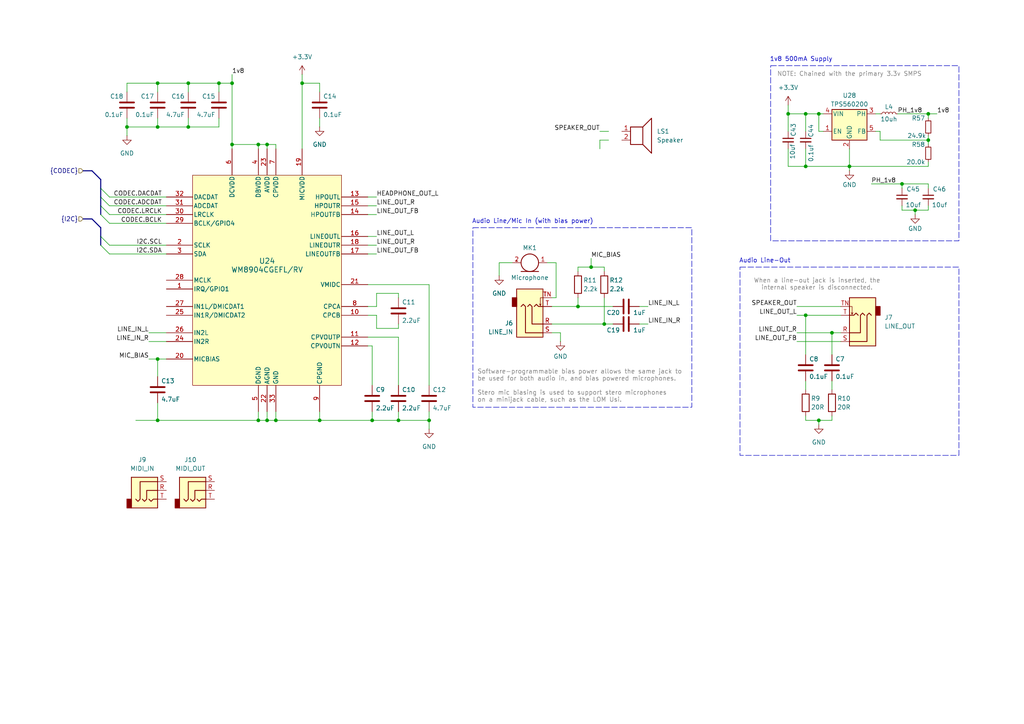
<source format=kicad_sch>
(kicad_sch (version 20250114) (generator "eeschema") (generator_version "9.0")
  (paper "A4")
  (lib_symbols
    (symbol "Connector_Audio:AudioJack3"
      (property "Reference" "J" (at 0 8.89 0))
      (property "Value" "AudioJack3" (at 0 6.35 0))
      (symbol "AudioJack3_0_1"
        (rectangle (start -5.08 -5.08) (end -6.35 -2.54) (stroke (width 0.254)) (fill (type outline)))
        (polyline (pts (xy -1.905 -2.54) (xy -1.27 -3.175) (xy -0.635 -2.54) (xy -0.635 0) (xy 2.54 0)) (stroke (width 0.254)))
        (polyline (pts (xy 0 -2.54) (xy 0.635 -3.175) (xy 1.27 -2.54) (xy 2.54 -2.54)) (stroke (width 0.254)))
        (rectangle (start 2.54 3.81) (end -5.08 -5.08) (stroke (width 0.254)) (fill (type background)))
        (polyline (pts (xy 2.54 2.54) (xy -2.54 2.54) (xy -2.54 -2.54) (xy -3.175 -3.175) (xy -3.81 -2.54)) (stroke (width 0.254)))
      )
      (symbol "AudioJack3_1_1"
        (pin passive line (at 5.08 2.54 180) (length 2.54) (name "~") (number "S"))
        (pin passive line (at 5.08 0 180) (length 2.54) (name "~") (number "R"))
        (pin passive line (at 5.08 -2.54 180) (length 2.54) (name "~") (number "T"))
      )
    )
    (symbol "Connector_Audio:AudioJack3_SwitchT"
      (property "Reference" "J" (at 0 8.89 0))
      (property "Value" "AudioJack3_SwitchT" (at 0 6.35 0))
      (symbol "AudioJack3_SwitchT_0_1"
        (rectangle (start -5.08 -5.08) (end -6.35 -7.62) (stroke (width 0.254)) (fill (type outline)))
        (polyline (pts (xy -1.905 -5.08) (xy -1.27 -5.715) (xy -0.635 -5.08) (xy -0.635 0) (xy 2.54 0)) (stroke (width 0.254)))
        (polyline (pts (xy 0 -5.08) (xy 0.635 -5.715) (xy 1.27 -5.08) (xy 2.54 -5.08)) (stroke (width 0.254)))
        (polyline (pts (xy 1.778 -5.334) (xy 2.032 -5.842)))
        (rectangle (start 2.54 3.81) (end -5.08 -10.16) (stroke (width 0.254)) (fill (type background)))
        (polyline (pts (xy 2.54 2.54) (xy -2.54 2.54) (xy -2.54 -5.08) (xy -3.175 -5.715) (xy -3.81 -5.08)) (stroke (width 0.254)))
        (polyline (pts (xy 2.54 -7.62) (xy 1.778 -7.62) (xy 1.778 -5.334) (xy 1.524 -5.842)))
      )
      (symbol "AudioJack3_SwitchT_1_1"
        (pin passive line (at 5.08 2.54 180) (length 2.54) (name "~") (number "S"))
        (pin passive line (at 5.08 0 180) (length 2.54) (name "~") (number "R"))
        (pin passive line (at 5.08 -5.08 180) (length 2.54) (name "~") (number "T"))
        (pin passive line (at 5.08 -7.62 180) (length 2.54) (name "~") (number "TN"))
      )
    )
    (symbol "Device:C" (pin_numbers (hide yes)) (pin_names (offset 0.254))
      (property "Reference" "C" (at 0.635 2.54 0))
      (property "Value" "C" (at 0.635 -2.54 0))
      (symbol "C_0_1"
        (polyline (pts (xy -2.032 0.762) (xy 2.032 0.762)) (stroke (width 0.508)))
        (polyline (pts (xy -2.032 -0.762) (xy 2.032 -0.762)) (stroke (width 0.508)))
      )
      (symbol "C_1_1"
        (pin passive line (at 0 3.81 270) (length 2.794) (name "~") (number "1"))
        (pin passive line (at 0 -3.81 90) (length 2.794) (name "~") (number "2"))
      )
    )
    (symbol "Device:C_Small" (pin_numbers (hide yes)) (pin_names (offset 0.254) (hide yes))
      (property "Reference" "C" (at 0.254 1.778 0))
      (property "Value" "C_Small" (at 0.254 -2.032 0))
      (symbol "C_Small_0_1"
        (polyline (pts (xy -1.524 0.508) (xy 1.524 0.508)) (stroke (width 0.3048)))
        (polyline (pts (xy -1.524 -0.508) (xy 1.524 -0.508)) (stroke (width 0.3302)))
      )
      (symbol "C_Small_1_1"
        (pin passive line (at 0 2.54 270) (length 2.032) (name "~") (number "1"))
        (pin passive line (at 0 -2.54 90) (length 2.032) (name "~") (number "2"))
      )
    )
    (symbol "Device:L_Small" (pin_numbers (hide yes)) (pin_names (offset 0.254) (hide yes))
      (property "Reference" "L" (at 0.762 1.016 0))
      (property "Value" "L_Small" (at 0.762 -1.016 0))
      (symbol "L_Small_0_1"
        (arc (start 0 2.032) (mid 0.5058 1.524) (end 0 1.016))
        (arc (start 0 1.016) (mid 0.5058 0.508) (end 0 0))
        (arc (start 0 0) (mid 0.5058 -0.508) (end 0 -1.016))
        (arc (start 0 -1.016) (mid 0.5058 -1.524) (end 0 -2.032))
      )
      (symbol "L_Small_1_1"
        (pin passive line (at 0 2.54 270) (length 0.508) (name "~") (number "1"))
        (pin passive line (at 0 -2.54 90) (length 0.508) (name "~") (number "2"))
      )
    )
    (symbol "Device:Microphone" (pin_names (offset 0.0254) (hide yes))
      (property "Reference" "MK" (at -3.81 1.27 0))
      (property "Value" "Microphone" (at -3.81 -0.635 0))
      (symbol "Microphone_0_1"
        (polyline (pts (xy -2.54 2.54) (xy -2.54 -2.54)) (stroke (width 0.254)))
        (circle (center 0 0) (radius 2.54) (stroke (width 0.254)))
        (polyline (pts (xy 0.254 3.81) (xy 0.762 3.81)))
        (polyline (pts (xy 0.508 4.064) (xy 0.508 3.556)))
      )
      (symbol "Microphone_1_1"
        (pin passive line (at 0 5.08 270) (length 2.54) (name "+") (number "2"))
        (pin passive line (at 0 -5.08 90) (length 2.54) (name "-") (number "1"))
      )
    )
    (symbol "Device:R" (pin_numbers (hide yes)) (pin_names (offset 0))
      (property "Reference" "R" (at 2.032 0 90))
      (property "Value" "R" (at 0 0 90))
      (symbol "R_0_1"
        (rectangle (start -1.016 -2.54) (end 1.016 2.54) (stroke (width 0.254)))
      )
      (symbol "R_1_1"
        (pin passive line (at 0 3.81 270) (length 1.27) (name "~") (number "1"))
        (pin passive line (at 0 -3.81 90) (length 1.27) (name "~") (number "2"))
      )
    )
    (symbol "Device:R_Small" (pin_numbers (hide yes)) (pin_names (offset 0.254) (hide yes))
      (property "Reference" "R" (at 0 0 90))
      (property "Value" "R_Small" (at 1.778 0 90))
      (symbol "R_Small_0_1"
        (rectangle (start -0.762 1.778) (end 0.762 -1.778) (stroke (width 0.2032)))
      )
      (symbol "R_Small_1_1"
        (pin passive line (at 0 2.54 270) (length 0.762) (name "~") (number "1"))
        (pin passive line (at 0 -2.54 90) (length 0.762) (name "~") (number "2"))
      )
    )
    (symbol "Device:Speaker" (pin_names (offset 0) (hide yes))
      (property "Reference" "LS" (at 1.27 5.715 0))
      (property "Value" "Speaker" (at 1.27 3.81 0))
      (symbol "Speaker_0_0"
        (rectangle (start -2.54 1.27) (end 1.016 -3.81) (stroke (width 0.254)))
        (polyline (pts (xy 1.016 1.27) (xy 3.556 3.81) (xy 3.556 -6.35) (xy 1.016 -3.81)) (stroke (width 0.254)))
      )
      (symbol "Speaker_1_1"
        (pin input line (at -5.08 0 0) (length 2.54) (name "1") (number "1"))
        (pin input line (at -5.08 -2.54 0) (length 2.54) (name "2") (number "2"))
      )
    )
    (symbol "Regulator_Switching:TPS560200" (pin_names (offset 0.254))
      (property "Reference" "U" (at -5.08 5.08 0))
      (property "Value" "TPS560200" (at 0 5.08 0))
      (symbol "TPS560200_0_1"
        (rectangle (start -5.08 3.81) (end 5.08 -5.08) (stroke (width 0.254)) (fill (type background)))
      )
      (symbol "TPS560200_1_1"
        (pin power_in line (at -7.62 2.54 0) (length 2.54) (name "VIN") (number "4"))
        (pin input line (at -7.62 -2.54 0) (length 2.54) (name "EN") (number "1"))
        (pin power_in line (at 0 -7.62 90) (length 2.54) (name "GND") (number "2"))
        (pin power_out line (at 7.62 2.54 180) (length 2.54) (name "PH") (number "3"))
        (pin input line (at 7.62 -2.54 180) (length 2.54) (name "FB") (number "5"))
      )
    )
    (symbol "pocket_synth:WM8904CGEFL_RV" (pin_names (offset 0.254))
      (property "Reference" "U" (at 0 10.414 0))
      (property "Value" "WM8904CGEFL/RV" (at 0 7.874 0))
      (symbol "WM8904CGEFL_RV_0_1"
        (pin input line (at -29.21 24.13 0) (length 7.62) (name "DACDAT") (number "32"))
        (pin output line (at -29.21 21.59 0) (length 7.62) (name "ADCDAT") (number "31"))
        (pin bidirectional line (at -29.21 19.05 0) (length 7.62) (name "LRCLK") (number "30"))
        (pin bidirectional line (at -29.21 16.51 0) (length 7.62) (name "BCLK/GPIO4") (number "29"))
        (pin input line (at -29.21 10.16 0) (length 7.62) (name "SCLK") (number "2"))
        (pin bidirectional line (at -29.21 7.62 0) (length 7.62) (name "SDA") (number "3"))
        (pin input line (at -29.21 0 0) (length 7.62) (name "MCLK") (number "28"))
        (pin bidirectional line (at -29.21 -2.54 0) (length 7.62) (name "IRQ/GPIO1") (number "1"))
        (pin input line (at -29.21 -7.62 0) (length 7.62) (name "IN1L/DMICDAT1") (number "27"))
        (pin input line (at -29.21 -10.16 0) (length 7.62) (name "IN1R/DMICDAT2") (number "25"))
        (pin input line (at -29.21 -15.24 0) (length 7.62) (name "IN2L") (number "26"))
        (pin input line (at -29.21 -17.78 0) (length 7.62) (name "IN2R") (number "24"))
        (pin output line (at -29.21 -22.86 0) (length 7.62) (name "MICBIAS") (number "20"))
        (pin power_in line (at -10.16 38.1 270) (length 7.62) (name "DCVDD") (number "6"))
        (pin power_in line (at -2.54 38.1 270) (length 7.62) (name "DBVDD") (number "4"))
        (pin power_out line (at -2.54 -38.1 90) (length 7.62) (name "DGND") (number "5"))
        (pin power_in line (at 0 38.1 270) (length 7.62) (name "AVDD") (number "23"))
        (pin power_out line (at 0 -38.1 90) (length 7.62) (name "AGND") (number "22"))
        (pin power_in line (at 2.54 38.1 270) (length 7.62) (name "CPVDD") (number "7"))
        (pin power_out line (at 2.54 -38.1 90) (length 7.62) (name "GND") (number "33"))
        (pin power_in line (at 10.16 38.1 270) (length 7.62) (name "MICVDD") (number "19"))
        (pin power_out line (at 15.24 -38.1 90) (length 7.62) (name "CPGND") (number "9"))
        (pin output line (at 29.21 24.13 180) (length 7.62) (name "HPOUTL") (number "13"))
        (pin output line (at 29.21 21.59 180) (length 7.62) (name "HPOUTR") (number "15"))
        (pin input line (at 29.21 19.05 180) (length 7.62) (name "HPOUTFB") (number "14"))
        (pin output line (at 29.21 12.7 180) (length 7.62) (name "LINEOUTL") (number "16"))
        (pin output line (at 29.21 10.16 180) (length 7.62) (name "LINEOUTR") (number "18"))
        (pin input line (at 29.21 7.62 180) (length 7.62) (name "LINEOUTFB") (number "17"))
        (pin power_in line (at 29.21 -1.27 180) (length 7.62) (name "VMIDC") (number "21"))
        (pin output line (at 29.21 -7.62 180) (length 7.62) (name "CPCA") (number "8"))
        (pin output line (at 29.21 -10.16 180) (length 7.62) (name "CPCB") (number "10"))
        (pin output line (at 29.21 -16.51 180) (length 7.62) (name "CPVOUTP") (number "11"))
        (pin output line (at 29.21 -19.05 180) (length 7.62) (name "CPVOUTN") (number "12"))
      )
      (symbol "WM8904CGEFL_RV_1_1"
        (rectangle (start -21.59 30.48) (end 21.59 -30.48) (fill (type background)))
      )
    )
    (symbol "power:+3.3V" (power) (pin_numbers (hide yes)) (pin_names (offset 0) (hide yes))
      (property "Value" "+3.3V" (at 0 3.556 0))
      (symbol "+3.3V_0_1"
        (polyline (pts (xy -0.762 1.27) (xy 0 2.54)))
        (polyline (pts (xy 0 2.54) (xy 0.762 1.27)))
        (polyline (pts (xy 0 0) (xy 0 2.54)))
      )
      (symbol "+3.3V_1_1"
        (pin power_in line (at 0 0 90) (length 0) (name "~") (number "1"))
      )
    )
    (symbol "power:GND" (power) (pin_numbers (hide yes)) (pin_names (offset 0) (hide yes))
      (property "Value" "GND" (at 0 -3.81 0))
      (symbol "GND_0_1"
        (polyline (pts (xy 0 0) (xy 0 -1.27) (xy 1.27 -1.27) (xy 0 -2.54) (xy -1.27 -1.27) (xy 0 -1.27)))
      )
      (symbol "GND_1_1"
        (pin power_in line (at 0 0 270) (length 0) (name "~") (number "1"))
      )
    )
  )
  (rectangle (start 137.16 66.04) (end 200.66 118.11) (stroke (width 0) (type dash)))
  (rectangle (start 223.52 19.05) (end 278.13 69.85) (stroke (width 0) (type dash)))
  (rectangle (start 214.63 77.47) (end 278.13 132.08) (stroke (width 0) (type dash)))
  (text "1v8 500mA Supply" (at 223.266 17.272 0) (effects (font (size 1.27 1.27)) (justify left)))
  (text "When a line-out jack is inserted, the\ninternal speaker is disconnected." (at 236.982 82.55 0) (effects (font (size 1.27 1.27))))
  (text "Audio Line/Mic In (with bias power)" (at 136.906 64.262 0) (effects (font (size 1.27 1.27)) (justify left)))
  (text "NOTE: Chained with the primary 3.3v SMPS" (at 246.38 21.59 0) (effects (font (size 1.27 1.27))))
  (text "Software-programmable bias power allows the same jack to\nbe used for both audio in, and bias powered microphones.\n\nStero mic biasing is used to support stero microphones\non a minijack cable, such as the LOM Usi." (at 138.43 116.84 0) (effects (font (size 1.27 1.27)) (justify left bottom)))
  (text "Audio Line-Out" (at 214.376 75.692 0) (effects (font (size 1.27 1.27)) (justify left)))
  (junction (at 233.68 48.26))
  (junction (at 63.5 24.13))
  (junction (at 167.64 88.9))
  (junction (at 87.63 24.13))
  (junction (at 54.61 36.83))
  (junction (at 261.62 53.34))
  (junction (at 67.31 41.91))
  (junction (at 124.46 121.92))
  (junction (at 265.43 60.96))
  (junction (at 107.95 121.92))
  (junction (at 77.47 121.92))
  (junction (at 45.72 104.14))
  (junction (at 80.01 121.92))
  (junction (at 171.45 77.47))
  (junction (at 246.38 48.26))
  (junction (at 67.31 24.13))
  (junction (at 175.26 93.98))
  (junction (at 115.57 121.92))
  (junction (at 228.6 33.02))
  (junction (at 36.83 36.83))
  (junction (at 241.3 96.52))
  (junction (at 233.68 91.44))
  (junction (at 237.49 33.02))
  (junction (at 45.72 24.13))
  (junction (at 45.72 121.92))
  (junction (at 77.47 41.91))
  (junction (at 233.68 33.02))
  (junction (at 74.93 41.91))
  (junction (at 269.24 33.02))
  (junction (at 45.72 36.83))
  (junction (at 54.61 24.13))
  (junction (at 269.24 40.64))
  (junction (at 92.71 121.92))
  (junction (at 237.49 121.92))
  (junction (at 74.93 121.92))
  (bus_entry (at 31.75 73.66) (size -2.54 -2.54))
  (bus_entry (at 31.75 57.15) (size -2.54 -2.54))
  (bus_entry (at 31.75 62.23) (size -2.54 -2.54))
  (bus_entry (at 31.75 59.69) (size -2.54 -2.54))
  (bus_entry (at 31.75 64.77) (size -2.54 -2.54))
  (bus_entry (at 31.75 71.12) (size -2.54 -2.54))
  (bus (pts (xy 29.21 52.07) (xy 29.21 54.61)))
  (bus (pts (xy 29.21 52.07) (xy 26.67 49.53)))
  (wire (pts (xy 106.68 100.33) (xy 107.95 100.33)))
  (wire (pts (xy 80.01 121.92) (xy 80.01 119.38)))
  (wire (pts (xy 144.78 76.2) (xy 144.78 80.01)))
  (wire (pts (xy 269.24 33.02) (xy 269.24 34.29)))
  (wire (pts (xy 39.37 121.92) (xy 45.72 121.92)))
  (wire (pts (xy 233.68 43.18) (xy 233.68 48.26)))
  (wire (pts (xy 54.61 36.83) (xy 63.5 36.83)))
  (wire (pts (xy 48.26 104.14) (xy 45.72 104.14)))
  (wire (pts (xy 158.75 76.2) (xy 161.29 76.2)))
  (wire (pts (xy 246.38 48.26) (xy 233.68 48.26)))
  (wire (pts (xy 167.64 78.74) (xy 167.64 77.47)))
  (bus (pts (xy 29.21 57.15) (xy 29.21 59.69)))
  (wire (pts (xy 67.31 24.13) (xy 63.5 24.13)))
  (wire (pts (xy 237.49 38.1) (xy 237.49 33.02)))
  (wire (pts (xy 109.22 85.09) (xy 115.57 85.09)))
  (wire (pts (xy 241.3 110.49) (xy 241.3 113.03)))
  (wire (pts (xy 233.68 121.92) (xy 237.49 121.92)))
  (wire (pts (xy 45.72 34.29) (xy 45.72 36.83)))
  (wire (pts (xy 87.63 21.59) (xy 87.63 24.13)))
  (wire (pts (xy 107.95 100.33) (xy 107.95 111.76)))
  (wire (pts (xy 74.93 43.18) (xy 74.93 41.91)))
  (wire (pts (xy 106.68 62.23) (xy 109.22 62.23)))
  (wire (pts (xy 36.83 24.13) (xy 36.83 26.67)))
  (wire (pts (xy 115.57 95.25) (xy 115.57 93.98)))
  (bus (pts (xy 29.21 66.04) (xy 29.21 68.58)))
  (wire (pts (xy 261.62 60.96) (xy 265.43 60.96)))
  (wire (pts (xy 255.27 38.1) (xy 254 38.1)))
  (wire (pts (xy 107.95 119.38) (xy 107.95 121.92)))
  (wire (pts (xy 31.75 73.66) (xy 48.26 73.66)))
  (wire (pts (xy 269.24 53.34) (xy 261.62 53.34)))
  (wire (pts (xy 109.22 95.25) (xy 115.57 95.25)))
  (wire (pts (xy 109.22 91.44) (xy 109.22 95.25)))
  (wire (pts (xy 167.64 77.47) (xy 171.45 77.47)))
  (wire (pts (xy 261.62 59.69) (xy 261.62 60.96)))
  (wire (pts (xy 54.61 34.29) (xy 54.61 36.83)))
  (bus (pts (xy 29.21 54.61) (xy 29.21 57.15)))
  (wire (pts (xy 173.99 40.64) (xy 173.99 43.18)))
  (wire (pts (xy 106.68 97.79) (xy 115.57 97.79)))
  (wire (pts (xy 269.24 48.26) (xy 246.38 48.26)))
  (wire (pts (xy 92.71 121.92) (xy 92.71 119.38)))
  (wire (pts (xy 269.24 40.64) (xy 255.27 40.64)))
  (wire (pts (xy 237.49 33.02) (xy 233.68 33.02)))
  (wire (pts (xy 67.31 41.91) (xy 74.93 41.91)))
  (wire (pts (xy 160.02 93.98) (xy 175.26 93.98)))
  (wire (pts (xy 231.14 99.06) (xy 243.84 99.06)))
  (wire (pts (xy 185.42 88.9) (xy 187.96 88.9)))
  (wire (pts (xy 171.45 74.93) (xy 171.45 77.47)))
  (wire (pts (xy 106.68 88.9) (xy 109.22 88.9)))
  (wire (pts (xy 161.29 86.36) (xy 161.29 76.2)))
  (wire (pts (xy 255.27 40.64) (xy 255.27 38.1)))
  (wire (pts (xy 106.68 82.55) (xy 124.46 82.55)))
  (wire (pts (xy 74.93 119.38) (xy 74.93 121.92)))
  (wire (pts (xy 171.45 77.47) (xy 175.26 77.47)))
  (bus (pts (xy 24.13 63.5) (xy 26.67 63.5)))
  (wire (pts (xy 231.14 88.9) (xy 243.84 88.9)))
  (wire (pts (xy 233.68 91.44) (xy 233.68 102.87)))
  (wire (pts (xy 107.95 121.92) (xy 115.57 121.92)))
  (wire (pts (xy 67.31 41.91) (xy 67.31 43.18)))
  (wire (pts (xy 241.3 96.52) (xy 241.3 102.87)))
  (wire (pts (xy 228.6 48.26) (xy 228.6 43.18)))
  (wire (pts (xy 31.75 64.77) (xy 48.26 64.77)))
  (wire (pts (xy 74.93 121.92) (xy 77.47 121.92)))
  (wire (pts (xy 148.59 76.2) (xy 144.78 76.2)))
  (wire (pts (xy 233.68 110.49) (xy 233.68 113.03)))
  (bus (pts (xy 29.21 66.04) (xy 26.67 63.5)))
  (wire (pts (xy 106.68 68.58) (xy 109.22 68.58)))
  (wire (pts (xy 269.24 59.69) (xy 269.24 60.96)))
  (wire (pts (xy 77.47 41.91) (xy 77.47 43.18)))
  (wire (pts (xy 87.63 24.13) (xy 87.63 43.18)))
  (wire (pts (xy 246.38 48.26) (xy 246.38 49.53)))
  (wire (pts (xy 74.93 41.91) (xy 77.47 41.91)))
  (wire (pts (xy 233.68 91.44) (xy 243.84 91.44)))
  (wire (pts (xy 80.01 121.92) (xy 92.71 121.92)))
  (wire (pts (xy 106.68 73.66) (xy 109.22 73.66)))
  (wire (pts (xy 173.99 38.1) (xy 176.53 38.1)))
  (wire (pts (xy 160.02 88.9) (xy 167.64 88.9)))
  (wire (pts (xy 124.46 121.92) (xy 124.46 124.46)))
  (wire (pts (xy 231.14 96.52) (xy 241.3 96.52)))
  (wire (pts (xy 175.26 93.98) (xy 177.8 93.98)))
  (wire (pts (xy 106.68 71.12) (xy 109.22 71.12)))
  (wire (pts (xy 167.64 86.36) (xy 167.64 88.9)))
  (wire (pts (xy 269.24 54.61) (xy 269.24 53.34)))
  (wire (pts (xy 31.75 62.23) (xy 48.26 62.23)))
  (wire (pts (xy 106.68 59.69) (xy 109.22 59.69)))
  (wire (pts (xy 252.73 53.34) (xy 261.62 53.34)))
  (wire (pts (xy 162.56 96.52) (xy 162.56 99.06)))
  (wire (pts (xy 106.68 57.15) (xy 109.22 57.15)))
  (wire (pts (xy 238.76 38.1) (xy 237.49 38.1)))
  (bus (pts (xy 29.21 68.58) (xy 29.21 71.12)))
  (wire (pts (xy 269.24 46.99) (xy 269.24 48.26)))
  (wire (pts (xy 67.31 21.59) (xy 67.31 24.13)))
  (wire (pts (xy 92.71 24.13) (xy 92.71 26.67)))
  (wire (pts (xy 80.01 41.91) (xy 80.01 43.18)))
  (wire (pts (xy 36.83 36.83) (xy 36.83 39.37)))
  (wire (pts (xy 124.46 121.92) (xy 115.57 121.92)))
  (wire (pts (xy 87.63 24.13) (xy 92.71 24.13)))
  (wire (pts (xy 43.18 104.14) (xy 45.72 104.14)))
  (wire (pts (xy 45.72 36.83) (xy 36.83 36.83)))
  (wire (pts (xy 63.5 24.13) (xy 54.61 24.13)))
  (wire (pts (xy 77.47 41.91) (xy 80.01 41.91)))
  (wire (pts (xy 67.31 24.13) (xy 67.31 41.91)))
  (wire (pts (xy 228.6 33.02) (xy 228.6 38.1)))
  (wire (pts (xy 63.5 34.29) (xy 63.5 36.83)))
  (wire (pts (xy 115.57 121.92) (xy 115.57 119.38)))
  (wire (pts (xy 228.6 48.26) (xy 233.68 48.26)))
  (wire (pts (xy 115.57 97.79) (xy 115.57 111.76)))
  (wire (pts (xy 77.47 119.38) (xy 77.47 121.92)))
  (wire (pts (xy 260.35 33.02) (xy 269.24 33.02)))
  (wire (pts (xy 31.75 59.69) (xy 48.26 59.69)))
  (wire (pts (xy 175.26 77.47) (xy 175.26 78.74)))
  (wire (pts (xy 43.18 96.52) (xy 48.26 96.52)))
  (wire (pts (xy 43.18 99.06) (xy 48.26 99.06)))
  (wire (pts (xy 45.72 36.83) (xy 54.61 36.83)))
  (wire (pts (xy 265.43 60.96) (xy 265.43 62.23)))
  (bus (pts (xy 29.21 59.69) (xy 29.21 62.23)))
  (wire (pts (xy 233.68 33.02) (xy 233.68 38.1)))
  (wire (pts (xy 31.75 71.12) (xy 48.26 71.12)))
  (wire (pts (xy 124.46 82.55) (xy 124.46 111.76)))
  (wire (pts (xy 185.42 93.98) (xy 187.96 93.98)))
  (wire (pts (xy 63.5 24.13) (xy 63.5 26.67)))
  (wire (pts (xy 231.14 91.44) (xy 233.68 91.44)))
  (wire (pts (xy 237.49 121.92) (xy 237.49 123.19)))
  (wire (pts (xy 167.64 88.9) (xy 177.8 88.9)))
  (wire (pts (xy 106.68 91.44) (xy 109.22 91.44)))
  (wire (pts (xy 238.76 33.02) (xy 237.49 33.02)))
  (bus (pts (xy 24.13 49.53) (xy 26.67 49.53)))
  (wire (pts (xy 175.26 86.36) (xy 175.26 93.98)))
  (wire (pts (xy 45.72 24.13) (xy 36.83 24.13)))
  (wire (pts (xy 254 33.02) (xy 255.27 33.02)))
  (wire (pts (xy 45.72 24.13) (xy 45.72 26.67)))
  (wire (pts (xy 241.3 96.52) (xy 243.84 96.52)))
  (wire (pts (xy 92.71 34.29) (xy 92.71 36.83)))
  (wire (pts (xy 107.95 121.92) (xy 92.71 121.92)))
  (wire (pts (xy 115.57 85.09) (xy 115.57 86.36)))
  (wire (pts (xy 45.72 116.84) (xy 45.72 121.92)))
  (wire (pts (xy 36.83 34.29) (xy 36.83 36.83)))
  (wire (pts (xy 31.75 57.15) (xy 48.26 57.15)))
  (wire (pts (xy 54.61 24.13) (xy 45.72 24.13)))
  (wire (pts (xy 228.6 33.02) (xy 233.68 33.02)))
  (wire (pts (xy 228.6 30.48) (xy 228.6 33.02)))
  (wire (pts (xy 265.43 60.96) (xy 269.24 60.96)))
  (wire (pts (xy 269.24 40.64) (xy 269.24 41.91)))
  (wire (pts (xy 269.24 33.02) (xy 271.78 33.02)))
  (wire (pts (xy 77.47 121.92) (xy 80.01 121.92)))
  (wire (pts (xy 124.46 119.38) (xy 124.46 121.92)))
  (wire (pts (xy 246.38 43.18) (xy 246.38 48.26)))
  (wire (pts (xy 160.02 86.36) (xy 161.29 86.36)))
  (wire (pts (xy 54.61 24.13) (xy 54.61 26.67)))
  (wire (pts (xy 233.68 120.65) (xy 233.68 121.92)))
  (wire (pts (xy 45.72 121.92) (xy 74.93 121.92)))
  (wire (pts (xy 176.53 40.64) (xy 173.99 40.64)))
  (wire (pts (xy 160.02 96.52) (xy 162.56 96.52)))
  (wire (pts (xy 261.62 53.34) (xy 261.62 54.61)))
  (wire (pts (xy 45.72 104.14) (xy 45.72 109.22)))
  (wire (pts (xy 241.3 120.65) (xy 241.3 121.92)))
  (wire (pts (xy 109.22 88.9) (xy 109.22 85.09)))
  (wire (pts (xy 237.49 121.92) (xy 241.3 121.92)))
  (wire (pts (xy 269.24 39.37) (xy 269.24 40.64)))
  (label "LINE_IN_L" (at 43.18 96.52 180))
  (label "LINE_OUT_FB" (at 109.22 73.66 0))
  (label "HEADPHONE_OUT_L" (at 109.22 57.15 0))
  (label "SPEAKER_OUT" (at 173.99 38.1 180))
  (label "LINE_OUT_R" (at 109.22 71.12 0))
  (label "LINE_IN_R" (at 43.18 99.06 180))
  (label "1v8" (at 271.78 33.02 0))
  (label "LINE_IN_R" (at 187.96 93.98 0))
  (label "PH_1v8" (at 252.73 53.34 0))
  (label "LINE_OUT_FB" (at 109.22 62.23 0))
  (label "LINE_IN_L" (at 187.96 88.9 0))
  (label "1v8" (at 67.31 21.59 0))
  (label "I2C.SDA" (at 46.99 73.66 180))
  (label "MIC_BIAS" (at 171.45 74.93 0))
  (label "I2C.SCL" (at 46.99 71.12 180))
  (label "LINE_OUT_R" (at 231.14 96.52 180))
  (label "LINE_OUT_L" (at 231.14 91.44 180))
  (label "LINE_OUT_R" (at 109.22 59.69 0))
  (label "MIC_BIAS" (at 43.18 104.14 180))
  (label "CODEC.LRCLK" (at 46.99 62.23 180))
  (label "PH_1v8" (at 260.35 33.02 0))
  (label "SPEAKER_OUT" (at 231.14 88.9 180))
  (label "CODEC.BCLK" (at 46.99 64.77 180))
  (label "CODEC.DACDAT" (at 46.99 57.15 180))
  (label "LINE_OUT_FB" (at 231.14 99.06 180))
  (label "CODEC.ADCDAT" (at 46.99 59.69 180))
  (label "LINE_OUT_L" (at 109.22 68.58 0))
  (hierarchical_label "{I2C}" (shape input) (at 24.13 63.5 180))
  (hierarchical_label "{CODEC}" (shape input) (at 24.13 49.53 180))
  (symbol (lib_id "Device:C") (at 115.57 115.57 0) (unit 1)
    (property "Reference" "C10" (at 116.586 113.03 0) (effects (justify left)))
    (property "Value" "2.2uF" (at 116.586 118.364 0) (effects (justify left)))
    (property "Footprint" "Capacitor_SMD:C_0402_1005Metric_Pad0.74x0.62mm_HandSolder" (effects (hide yes)))
    (property "Description" "Unpolarized capacitor" (effects (hide yes)))
  )
  (symbol (lib_id "Device:R_Small") (at 269.24 44.45 0) (unit 1)
    (property "Reference" "R58" (at 264.414 41.91 0) (effects (justify left)))
    (property "Value" "20.0k" (at 262.89 46.99 0) (effects (justify left)))
    (property "Footprint" "Capacitor_SMD:C_0402_1005Metric_Pad0.74x0.62mm_HandSolder" (effects (hide yes)))
    (property "Description" "Resistor, small symbol" (effects (hide yes)))
  )
  (symbol (lib_id "Device:R_Small") (at 269.24 36.83 0) (unit 1)
    (property "Reference" "R57" (at 264.414 34.29 0) (effects (justify left)))
    (property "Value" "24.9k" (at 263.144 39.37 0) (effects (justify left)))
    (property "Footprint" "Capacitor_SMD:C_0402_1005Metric_Pad0.74x0.62mm_HandSolder" (effects (hide yes)))
    (property "Description" "Resistor, small symbol" (effects (hide yes)))
  )
  (symbol (lib_id "Connector_Audio:AudioJack3_SwitchT") (at 154.94 93.98 0) (mirror x) (unit 1)
    (property "Reference" "J6" (at 148.844 93.726 0) (effects (justify right)))
    (property "Value" "LINE_IN" (at 148.844 96.266 0) (effects (justify right)))
    (property "Footprint" "Connector_Audio:Jack_3.5mm_CUI_SJ-3524-SMT_Horizontal" (effects (hide yes)))
    (property "Description" "Audio Jack, 3 Poles (Stereo / TRS), Switched T Pole (Normalling)" (effects (hide yes)))
  )
  (symbol (lib_id "Device:Microphone") (at 153.67 76.2 90) (unit 1)
    (property "Reference" "MK1" (at 153.67 71.882 90))
    (property "Value" "Microphone" (at 153.67 80.518 90))
    (property "Description" "Microphone" (effects (hide yes)))
  )
  (symbol (lib_id "pocket_synth:WM8904CGEFL_RV") (at 77.47 81.28 0) (unit 1)
    (property "Reference" "U24" (at 77.47 75.692 0) (effects (font (size 1.524 1.524))))
    (property "Value" "WM8904CGEFL/RV" (at 77.47 78.232 0) (effects (font (size 1.524 1.524))))
    (property "Footprint" "pocket_synth:WM8904CGEFL_RV" (effects (hide yes)))
    (property "Datasheet" "https://statics.cirrus.com/pubs/proDatasheet/WM8904_Rev4.1.pdf?_gl=1*2ttd99*_ga*MTEwNjc5MDg2NS4xNzU0NzU2NDQx*_ga_NMQW1TH8MG*czE3NTQ3NTY0NDAkbzEkZzEkdDE3NTQ3NTczNTAkajYwJGwwJGgw" (effects (hide yes)))
  )
  (symbol (lib_id "Device:C") (at 45.72 113.03 0) (unit 1)
    (property "Reference" "C13" (at 46.736 110.49 0) (effects (justify left)))
    (property "Value" "4.7uF" (at 46.736 115.824 0) (effects (justify left)))
    (property "Footprint" "Capacitor_SMD:C_0402_1005Metric_Pad0.74x0.62mm_HandSolder" (effects (hide yes)))
    (property "Description" "Unpolarized capacitor" (effects (hide yes)))
  )
  (symbol (lib_id "Device:C") (at 107.95 115.57 0) (unit 1)
    (property "Reference" "C9" (at 108.966 113.03 0) (effects (justify left)))
    (property "Value" "2.2uF" (at 108.966 118.364 0) (effects (justify left)))
    (property "Footprint" "Capacitor_SMD:C_0402_1005Metric_Pad0.74x0.62mm_HandSolder" (effects (hide yes)))
    (property "Description" "Unpolarized capacitor" (effects (hide yes)))
  )
  (symbol (lib_id "Device:C_Small") (at 228.6 40.64 0) (unit 1)
    (property "Reference" "C43" (at 230.124 39.624 90) (effects (justify left)))
    (property "Value" "10uf" (at 229.87 46.228 90) (effects (justify left)))
    (property "Footprint" "Capacitor_SMD:C_0402_1005Metric_Pad0.74x0.62mm_HandSolder" (effects (hide yes)))
    (property "Description" "Unpolarized capacitor, small symbol" (effects (hide yes)))
  )
  (symbol (lib_id "Device:C_Small") (at 269.24 57.15 0) (unit 1)
    (property "Reference" "C46" (at 270.51 54.864 0) (effects (justify left)))
    (property "Value" "10uf" (at 270.256 59.436 0) (effects (justify left)))
    (property "Footprint" "Capacitor_SMD:C_0402_1005Metric_Pad0.74x0.62mm_HandSolder" (effects (hide yes)))
    (property "Description" "Unpolarized capacitor, small symbol" (effects (hide yes)))
  )
  (symbol (lib_id "Device:C") (at 124.46 115.57 0) (unit 1)
    (property "Reference" "C12" (at 125.476 113.03 0) (effects (justify left)))
    (property "Value" "4.7uF" (at 125.476 118.364 0) (effects (justify left)))
    (property "Footprint" "Capacitor_SMD:C_0402_1005Metric_Pad0.74x0.62mm_HandSolder" (effects (hide yes)))
    (property "Description" "Unpolarized capacitor" (effects (hide yes)))
  )
  (symbol (lib_id "Device:C") (at 54.61 30.48 0) (mirror y) (unit 1)
    (property "Reference" "C16" (at 53.594 27.94 0) (effects (justify left)))
    (property "Value" "4.7uF" (at 53.594 33.274 0) (effects (justify left)))
    (property "Footprint" "Capacitor_SMD:C_0402_1005Metric_Pad0.74x0.62mm_HandSolder" (effects (hide yes)))
    (property "Description" "Unpolarized capacitor" (effects (hide yes)))
  )
  (symbol (lib_id "power:GND") (at 36.83 39.37 0) (unit 1)
    (property "Reference" "#PWR041" (effects (hide yes)))
    (property "Value" "GND" (at 36.83 44.45 0))
    (property "Description" "Power symbol creates a global label with name \"GND\" , ground" (effects (hide yes)))
  )
  (symbol (lib_id "Device:C") (at 181.61 88.9 90) (unit 1)
    (property "Reference" "C20" (at 179.832 90.678 90) (effects (justify left)))
    (property "Value" "1uF" (at 183.642 90.678 90) (effects (justify right)))
    (property "Footprint" "Capacitor_SMD:C_0402_1005Metric_Pad0.74x0.62mm_HandSolder" (effects (hide yes)))
    (property "Description" "Unpolarized capacitor" (effects (hide yes)))
  )
  (symbol (lib_id "Device:L_Small") (at 257.81 33.02 90) (unit 1)
    (property "Reference" "L4" (at 257.81 30.988 90))
    (property "Value" "10uh" (at 257.81 34.544 90))
    (property "Description" "Inductor, small symbol" (effects (hide yes)))
  )
  (symbol (lib_id "Device:C") (at 63.5 30.48 0) (mirror y) (unit 1)
    (property "Reference" "C15" (at 62.484 27.94 0) (effects (justify left)))
    (property "Value" "4.7uF" (at 62.484 33.274 0) (effects (justify left)))
    (property "Footprint" "Capacitor_SMD:C_0402_1005Metric_Pad0.74x0.62mm_HandSolder" (effects (hide yes)))
    (property "Description" "Unpolarized capacitor" (effects (hide yes)))
  )
  (symbol (lib_id "Device:C_Small") (at 261.62 57.15 0) (unit 1)
    (property "Reference" "C45" (at 262.89 54.864 0) (effects (justify left)))
    (property "Value" "10uf" (at 262.636 59.436 0) (effects (justify left)))
    (property "Footprint" "Capacitor_SMD:C_0402_1005Metric_Pad0.74x0.62mm_HandSolder" (effects (hide yes)))
    (property "Description" "Unpolarized capacitor, small symbol" (effects (hide yes)))
  )
  (symbol (lib_id "power:GND") (at 237.49 123.19 0) (unit 1)
    (property "Reference" "#PWR036" (effects (hide yes)))
    (property "Value" "GND" (at 237.49 128.27 0))
    (property "Description" "Power symbol creates a global label with name \"GND\" , ground" (effects (hide yes)))
  )
  (symbol (lib_id "Device:C") (at 233.68 106.68 0) (unit 1)
    (property "Reference" "C8" (at 234.696 104.14 0) (effects (justify left)))
    (property "Value" "0.1uF" (at 234.696 109.22 0) (effects (justify left)))
    (property "Footprint" "Capacitor_SMD:C_0402_1005Metric_Pad0.74x0.62mm_HandSolder" (effects (hide yes)))
    (property "Description" "Unpolarized capacitor" (effects (hide yes)))
  )
  (symbol (lib_id "power:GND") (at 246.38 49.53 0) (unit 1)
    (property "Reference" "#PWR046" (effects (hide yes)))
    (property "Value" "GND" (at 246.38 53.594 0))
    (property "Description" "Power symbol creates a global label with name \"GND\" , ground" (effects (hide yes)))
  )
  (symbol (lib_id "power:+3.3V") (at 87.63 21.59 0) (unit 1)
    (property "Reference" "#PWR038" (effects (hide yes)))
    (property "Value" "+3.3V" (at 87.63 16.51 0))
    (property "Description" "Power symbol creates a global label with name \"+3.3V\"" (effects (hide yes)))
  )
  (symbol (lib_id "Device:R") (at 167.64 82.55 0) (mirror y) (unit 1)
    (property "Reference" "R11" (at 169.164 81.28 0) (effects (justify right)))
    (property "Value" "2.2k" (at 169.164 83.82 0) (effects (justify right)))
    (property "Footprint" "Capacitor_SMD:C_0402_1005Metric_Pad0.74x0.62mm_HandSolder" (effects (hide yes)))
    (property "Description" "Resistor" (effects (hide yes)))
  )
  (symbol (lib_id "Device:C") (at 92.71 30.48 0) (unit 1)
    (property "Reference" "C14" (at 93.726 27.94 0) (effects (justify left)))
    (property "Value" "0.1uF" (at 93.726 33.274 0) (effects (justify left)))
    (property "Footprint" "Capacitor_SMD:C_0402_1005Metric_Pad0.74x0.62mm_HandSolder" (effects (hide yes)))
    (property "Description" "Unpolarized capacitor" (effects (hide yes)))
  )
  (symbol (lib_id "Connector_Audio:AudioJack3") (at 57.15 142.24 0) (unit 1)
    (property "Reference" "J10" (at 55.245 133.35 0))
    (property "Value" "MIDI_OUT" (at 55.245 135.89 0))
    (property "Footprint" "Connector_Audio:Jack_3.5mm_CUI_SJ-3523-SMT_Horizontal" (effects (hide yes)))
    (property "Description" "Audio Jack, 3 Poles (Stereo / TRS)" (effects (hide yes)))
  )
  (symbol (lib_id "Device:C") (at 115.57 90.17 0) (unit 1)
    (property "Reference" "C11" (at 116.586 87.63 0) (effects (justify left)))
    (property "Value" "2.2uF" (at 116.586 92.964 0) (effects (justify left)))
    (property "Footprint" "Capacitor_SMD:C_0402_1005Metric_Pad0.74x0.62mm_HandSolder" (effects (hide yes)))
    (property "Description" "Unpolarized capacitor" (effects (hide yes)))
  )
  (symbol (lib_id "Device:C") (at 36.83 30.48 0) (mirror y) (unit 1)
    (property "Reference" "C18" (at 35.814 27.94 0) (effects (justify left)))
    (property "Value" "0.1uF" (at 35.814 33.274 0) (effects (justify left)))
    (property "Footprint" "Capacitor_SMD:C_0402_1005Metric_Pad0.74x0.62mm_HandSolder" (effects (hide yes)))
    (property "Description" "Unpolarized capacitor" (effects (hide yes)))
  )
  (symbol (lib_id "Connector_Audio:AudioJack3") (at 43.18 142.24 0) (unit 1)
    (property "Reference" "J9" (at 41.275 133.35 0))
    (property "Value" "MIDI_IN" (at 41.275 135.89 0))
    (property "Footprint" "Connector_Audio:Jack_3.5mm_CUI_SJ-3523-SMT_Horizontal" (effects (hide yes)))
    (property "Description" "Audio Jack, 3 Poles (Stereo / TRS)" (effects (hide yes)))
  )
  (symbol (lib_id "Device:R") (at 241.3 116.84 0) (unit 1)
    (property "Reference" "R10" (at 242.824 115.57 0) (effects (justify left)))
    (property "Value" "20R" (at 242.824 118.11 0) (effects (justify left)))
    (property "Footprint" "Resistor_SMD:R_0402_1005Metric_Pad0.72x0.64mm_HandSolder" (effects (hide yes)))
    (property "Description" "Resistor" (effects (hide yes)))
  )
  (symbol (lib_id "Device:C_Small") (at 233.68 40.64 0) (unit 1)
    (property "Reference" "C44" (at 235.204 39.878 90) (effects (justify left)))
    (property "Value" "0.1uf" (at 235.204 46.99 90) (effects (justify left)))
    (property "Footprint" "Capacitor_SMD:C_0402_1005Metric_Pad0.74x0.62mm_HandSolder" (effects (hide yes)))
    (property "Description" "Unpolarized capacitor, small symbol" (effects (hide yes)))
  )
  (symbol (lib_id "Device:Speaker") (at 185.42 38.1 0) (unit 1)
    (property "Reference" "LS1" (at 190.5 38.0999 0) (effects (justify left)))
    (property "Value" "Speaker" (at 190.5 40.6399 0) (effects (justify left)))
    (property "Description" "Speaker" (effects (hide yes)))
  )
  (symbol (lib_id "power:GND") (at 162.56 99.06 0) (unit 1)
    (property "Reference" "#PWR042" (effects (hide yes)))
    (property "Value" "GND" (at 162.56 103.378 0))
    (property "Description" "Power symbol creates a global label with name \"GND\" , ground" (effects (hide yes)))
  )
  (symbol (lib_id "Device:C") (at 241.3 106.68 0) (unit 1)
    (property "Reference" "C7" (at 242.316 104.14 0) (effects (justify left)))
    (property "Value" "0.1uF" (at 242.316 109.22 0) (effects (justify left)))
    (property "Footprint" "Capacitor_SMD:C_0402_1005Metric_Pad0.74x0.62mm_HandSolder" (effects (hide yes)))
    (property "Description" "Unpolarized capacitor" (effects (hide yes)))
  )
  (symbol (lib_id "power:GND") (at 265.43 62.23 0) (unit 1)
    (property "Reference" "#PWR049" (effects (hide yes)))
    (property "Value" "GND" (at 265.43 66.294 0))
    (property "Description" "Power symbol creates a global label with name \"GND\" , ground" (effects (hide yes)))
  )
  (symbol (lib_id "Device:R") (at 175.26 82.55 0) (mirror y) (unit 1)
    (property "Reference" "R12" (at 176.784 81.28 0) (effects (justify right)))
    (property "Value" "2.2k" (at 176.784 83.82 0) (effects (justify right)))
    (property "Footprint" "Capacitor_SMD:C_0402_1005Metric_Pad0.74x0.62mm_HandSolder" (effects (hide yes)))
    (property "Description" "Resistor" (effects (hide yes)))
  )
  (symbol (lib_id "Device:C") (at 45.72 30.48 0) (mirror y) (unit 1)
    (property "Reference" "C17" (at 44.704 27.94 0) (effects (justify left)))
    (property "Value" "0.1uF" (at 44.704 33.274 0) (effects (justify left)))
    (property "Footprint" "Capacitor_SMD:C_0402_1005Metric_Pad0.74x0.62mm_HandSolder" (effects (hide yes)))
    (property "Description" "Unpolarized capacitor" (effects (hide yes)))
  )
  (symbol (lib_id "Device:C") (at 181.61 93.98 90) (unit 1)
    (property "Reference" "C19" (at 179.832 95.758 90) (effects (justify left)))
    (property "Value" "1uF" (at 183.642 95.758 90) (effects (justify right)))
    (property "Footprint" "Capacitor_SMD:C_0402_1005Metric_Pad0.74x0.62mm_HandSolder" (effects (hide yes)))
    (property "Description" "Unpolarized capacitor" (effects (hide yes)))
  )
  (symbol (lib_id "power:GND") (at 92.71 36.83 0) (unit 1)
    (property "Reference" "#PWR040" (effects (hide yes)))
    (property "Value" "GND" (at 92.71 41.91 0))
    (property "Description" "Power symbol creates a global label with name \"GND\" , ground" (effects (hide yes)))
  )
  (symbol (lib_id "Connector_Audio:AudioJack3_SwitchT") (at 248.92 96.52 180) (unit 1)
    (property "Reference" "J7" (at 256.54 92.0749 0) (effects (justify right)))
    (property "Value" "LINE_OUT" (at 256.54 94.6149 0) (effects (justify right)))
    (property "Footprint" "Connector_Audio:Jack_3.5mm_CUI_SJ-3524-SMT_Horizontal" (effects (hide yes)))
    (property "Description" "Audio Jack, 3 Poles (Stereo / TRS), Switched T Pole (Normalling)" (effects (hide yes)))
  )
  (symbol (lib_id "power:+3.3V") (at 228.6 30.48 0) (unit 1)
    (property "Reference" "#PWR039" (effects (hide yes)))
    (property "Value" "+3.3V" (at 228.6 25.4 0))
    (property "Description" "Power symbol creates a global label with name \"+3.3V\"" (effects (hide yes)))
  )
  (symbol (lib_id "power:GND") (at 124.46 124.46 0) (unit 1)
    (property "Reference" "#PWR037" (effects (hide yes)))
    (property "Value" "GND" (at 124.46 129.54 0))
    (property "Description" "Power symbol creates a global label with name \"GND\" , ground" (effects (hide yes)))
  )
  (symbol (lib_id "power:GND") (at 144.78 80.01 0) (unit 1)
    (property "Reference" "#PWR043" (effects (hide yes)))
    (property "Value" "GND" (at 144.78 85.09 0))
    (property "Description" "Power symbol creates a global label with name \"GND\" , ground" (effects (hide yes)))
  )
  (symbol (lib_id "Regulator_Switching:TPS560200") (at 246.38 35.56 0) (unit 1)
    (property "Reference" "U28" (at 246.38 27.686 0))
    (property "Value" "TPS560200" (at 246.38 30.226 0))
    (property "Footprint" "Package_TO_SOT_SMD:SOT-23-5" (effects (hide yes)))
    (property "Datasheet" "http://www.ti.com/lit/ds/symlink/tps560200.pdf" (effects (hide yes)))
    (property "Description" "500mA, Synchronous Step-Down Converter With, Adjustable Output Voltage, 4.5-17V Input Voltage, SOT-23-5" (effects (hide yes)))
    (property "JLC" "C2070785" (effects (hide yes)))
  )
  (symbol (lib_id "Device:R") (at 233.68 116.84 0) (unit 1)
    (property "Reference" "R9" (at 235.204 115.57 0) (effects (justify left)))
    (property "Value" "20R" (at 235.204 118.11 0) (effects (justify left)))
    (property "Footprint" "Resistor_SMD:R_0402_1005Metric_Pad0.72x0.64mm_HandSolder" (effects (hide yes)))
    (property "Description" "Resistor" (effects (hide yes)))
  )
)
</source>
